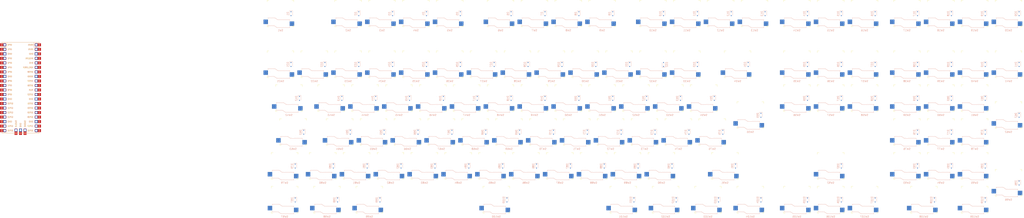
<source format=kicad_pcb>
(kicad_pcb (version 20240108) (generator "pcbnew") (generator_version "8.0")
  (layers (0 "F.Cu" signal) (31 "B.Cu" signal) (34 "B.Paste" user) (35 "F.Paste" user) (36 "B.SilkS" user "B.Silkscreen") (37 "F.SilkS" user "F.Silkscreen") (38 "B.Mask" user) (39 "F.Mask" user) (44 "Edge.Cuts" user))
  (net 0 "")
  (net 1 "Net-(D1-A)")
  (net 2 "Net-(D2-A)")
  (net 3 "Net-(D3-A)")
  (net 4 "Net-(D4-A)")
  (net 5 "Net-(D5-A)")
  (net 6 "Net-(D6-A)")
  (net 7 "Net-(D7-A)")
  (net 8 "Net-(D8-A)")
  (net 9 "Net-(D9-A)")
  (net 10 "Net-(D10-A)")
  (net 11 "Net-(D11-A)")
  (net 12 "Net-(D12-A)")
  (net 13 "Net-(D13-A)")
  (net 14 "Net-(D14-A)")
  (net 15 "Net-(D15-A)")
  (net 16 "Net-(D16-A)")
  (net 17 "Net-(D17-A)")
  (net 18 "Net-(D18-A)")
  (net 19 "Net-(D19-A)")
  (net 20 "Net-(D20-A)")
  (net 21 "Net-(D21-A)")
  (net 22 "Net-(D22-A)")
  (net 23 "Net-(D23-A)")
  (net 24 "Net-(D24-A)")
  (net 25 "Net-(D25-A)")
  (net 26 "Net-(D26-A)")
  (net 27 "Net-(D27-A)")
  (net 28 "Net-(D28-A)")
  (net 29 "Net-(D29-A)")
  (net 30 "Net-(D30-A)")
  (net 31 "Net-(D31-A)")
  (net 32 "Net-(D32-A)")
  (net 33 "Net-(D33-A)")
  (net 34 "Net-(D34-A)")
  (net 35 "Net-(D35-A)")
  (net 36 "Net-(D36-A)")
  (net 37 "Net-(D37-A)")
  (net 38 "Net-(D38-A)")
  (net 39 "Net-(D39-A)")
  (net 40 "Net-(D40-A)")
  (net 41 "Net-(D41-A)")
  (net 42 "Net-(D42-A)")
  (net 43 "Net-(D43-A)")
  (net 44 "Net-(D44-A)")
  (net 45 "Net-(D45-A)")
  (net 46 "Net-(D46-A)")
  (net 47 "Net-(D47-A)")
  (net 48 "Net-(D48-A)")
  (net 49 "Net-(D49-A)")
  (net 50 "Net-(D50-A)")
  (net 51 "Net-(D51-A)")
  (net 52 "Net-(D52-A)")
  (net 53 "Net-(D53-A)")
  (net 54 "Net-(D54-A)")
  (net 55 "Net-(D55-A)")
  (net 56 "Net-(D56-A)")
  (net 57 "Net-(D57-A)")
  (net 58 "Net-(D58-A)")
  (net 59 "Net-(D59-A)")
  (net 60 "Net-(D60-A)")
  (net 61 "Net-(D61-A)")
  (net 62 "Net-(D62-A)")
  (net 63 "Net-(D63-A)")
  (net 64 "Net-(D64-A)")
  (net 65 "Net-(D65-A)")
  (net 66 "Net-(D66-A)")
  (net 67 "Net-(D67-A)")
  (net 68 "Net-(D68-A)")
  (net 69 "Net-(D69-A)")
  (net 70 "Net-(D70-A)")
  (net 71 "Net-(D71-A)")
  (net 72 "Net-(D72-A)")
  (net 73 "Net-(D73-A)")
  (net 74 "Net-(D74-A)")
  (net 75 "Net-(D75-A)")
  (net 76 "Net-(D76-A)")
  (net 77 "Net-(D77-A)")
  (net 78 "Net-(D78-A)")
  (net 79 "Net-(D79-A)")
  (net 80 "Net-(D80-A)")
  (net 81 "Net-(D81-A)")
  (net 82 "Net-(D82-A)")
  (net 83 "Net-(D83-A)")
  (net 84 "Net-(D84-A)")
  (net 85 "Net-(D85-A)")
  (net 86 "Net-(D86-A)")
  (net 87 "Net-(D87-A)")
  (net 88 "Net-(D88-A)")
  (net 89 "Net-(D89-A)")
  (net 90 "Net-(D90-A)")
  (net 91 "Net-(D91-A)")
  (net 92 "Net-(D92-A)")
  (net 93 "Net-(D93-A)")
  (net 94 "Net-(D94-A)")
  (net 95 "Net-(D95-A)")
  (net 96 "Net-(D96-A)")
  (net 97 "Net-(D97-A)")
  (net 98 "Net-(D98-A)")
  (net 99 "Net-(D99-A)")
  (net 100 "Net-(D100-A)")
  (net 101 "Net-(D101-A)")
  (net 102 "Net-(D102-A)")
  (net 103 "Net-(D103-A)")
  (net 104 "Net-(D104-A)")
  (net 105 "Net-(D105-A)")
  (net 106 "Net-(D106-A)")
  (net 107 "Net-(D107-A)")
  (net 108 "Net-(D108-A)")
  (net 109 "Net-(D109-A)")
  (net 110 "COL0")
  (net 111 "COL2")
  (net 112 "COL3")
  (net 113 "COL4")
  (net 114 "COL5")
  (net 115 "COL6")
  (net 116 "COL7")
  (net 117 "COL8")
  (net 118 "COL9")
  (net 119 "COL10")
  (net 120 "COL11")
  (net 121 "COL12")
  (net 122 "COL13")
  (net 123 "COL14")
  (net 124 "COL15")
  (net 125 "COL16")
  (net 126 "COL1")
  (net 127 "ROW0")
  (net 128 "ROW6")
  (net 129 "ROW1")
  (net 130 "ROW2")
  (net 131 "ROW3")
  (net 132 "ROW4")
  (net 133 "ROW7")
  (net 134 "ROW5")
  (net 150 "Net-(D110-K)")
  (net 152 "Net-(U1-3V3)")
  (footprint "Scotto:Gateron_Low_Profile_Socket" (layer "F.Cu") (at 209.55 66.675)
    (property "Reference" "SW30")
    (property "Value" "SW_Push")
  )
  (footprint "Scotto:Gateron_Low_Profile_Socket" (layer "F.Cu") (at 428.625 38.1)
    (property "Reference" "SW19")
    (property "Value" "SW_Push")
  )
  (footprint "Scotto:Gateron_Low_Profile_Socket" (layer "F.Cu") (at 280.9875 104.775)
    (property "Reference" "SW75")
    (property "Value" "SW_Push")
  )
  (footprint "Scotto:Gateron_Low_Profile_Socket" (layer "F.Cu") (at 204.7875 104.775)
    (property "Reference" "SW71")
    (property "Value" "SW_Push")
  )
  (footprint "Scotto:Gateron_Low_Profile_Socket" (layer "F.Cu") (at 123.825 85.725)
    (property "Reference" "SW46")
    (property "Value" "SW_Push")
  )
  (footprint "Scotto:Gateron_Low_Profile_Socket" (layer "F.Cu") (at 185.7375 104.775)
    (property "Reference" "SW70")
    (property "Value" "SW_Push")
  )
  (footprint "Scotto:Gateron_Low_Profile_Socket" (layer "F.Cu") (at 114.3 66.675)
    (property "Reference" "SW25")
    (property "Value" "SW_Push")
  )
  (footprint "Scotto:Gateron_Low_Profile_Socket" (layer "F.Cu") (at 366.7125 38.1)
    (property "Reference" "SW16")
    (property "Value" "SW_Push")
  )
  (footprint "Scotto:Gateron_Low_Profile_Socket" (layer "F.Cu") (at 61.9125 123.825)
    (property "Reference" "SW80")
    (property "Value" "SW_Push")
  )
  (footprint "Scotto:Gateron_Low_Profile_Socket" (layer "F.Cu") (at 447.675 95.25)
    (property "Reference" "SW62")
    (property "Value" "SW_Push")
  )
  (footprint "Scotto:Gateron_Low_Profile_Socket" (layer "F.Cu") (at 347.6625 123.825)
    (property "Reference" "SW92")
    (property "Value" "SW_Push")
  )
  (footprint "Scotto:Gateron_Low_Profile_Socket" (layer "F.Cu") (at 276.225 85.725)
    (property "Reference" "SW54")
    (property "Value" "SW_Push")
  )
  (footprint "Scotto:Gateron_Low_Profile_Socket" (layer "F.Cu") (at 288.13125 123.825)
    (property "Reference" "SW91")
    (property "Value" "SW_Push")
  )
  (footprint "Scotto:Gateron_Low_Profile_Socket" (layer "F.Cu") (at 428.625 85.725)
    (property "Reference" "SW61")
    (property "Value" "SW_Push")
  )
  (footprint "Scotto:Gateron_Low_Profile_Socket" (layer "F.Cu") (at 390.525 66.675)
    (property "Reference" "SW38")
    (property "Value" "SW_Push")
  )
  (footprint "Scotto:Gateron_Low_Profile_Socket" (layer "F.Cu") (at 328.6125 38.1)
    (property "Reference" "SW14")
    (property "Value" "SW_Push")
  )
  (footprint "Scotto:Gateron_Low_Profile_Socket" (layer "F.Cu") (at 390.525 38.1)
    (property "Reference" "SW17")
    (property "Value" "SW_Push")
  )
  (footprint "Scotto:Gateron_Low_Profile_Socket" (layer "F.Cu") (at 133.35 66.675)
    (property "Reference" "SW26")
    (property "Value" "SW_Push")
  )
  (footprint "Scotto:Gateron_Low_Profile_Socket" (layer "F.Cu") (at 266.7 38.1)
    (property "Reference" "SW11")
    (property "Value" "SW_Push")
  )
  (footprint "Scotto:Gateron_Low_Profile_Socket" (layer "F.Cu") (at 285.75 38.1)
    (property "Reference" "SW12")
    (property "Value" "SW_Push")
  )
  (footprint "Scotto:Gateron_Low_Profile_Socket" (layer "F.Cu") (at 64.29375 142.875)
    (property "Reference" "SW98")
    (property "Value" "SW_Push")
  )
  (footprint "Scotto:Gateron_Low_Profile_Socket" (layer "F.Cu") (at 390.525 85.725)
    (property "Reference" "SW59")
    (property "Value" "SW_Push")
  )
  (footprint "Scotto:Gateron_Low_Profile_Socket" (layer "F.Cu") (at 195.2625 123.825)
    (property "Reference" "SW87")
    (property "Value" "SW_Push")
  )
  (footprint "Scotto:Gateron_Low_Profile_Socket" (layer "F.Cu") (at 133.35 38.1)
    (property "Reference" "SW5")
    (property "Value" "SW_Push")
  )
  (footprint "Scotto:Gateron_Low_Profile_Socket" (layer "F.Cu") (at 409.575 104.775)
    (property "Reference" "SW77")
    (property "Value" "SW_Push")
  )
  (footprint "Scotto:Gateron_Low_Profile_Socket" (layer "F.Cu") (at 200.025 38.1)
    (property "Reference" "SW8")
    (property "Value" "SW_Push")
  )
  (footprint "Scotto:Gateron_Low_Profile_Socket" (layer "F.Cu") (at 252.4125 123.825)
    (property "Reference" "SW90")
    (property "Value" "SW_Push")
  )
  (footprint "Scotto:Gateron_Low_Profile_Socket" (layer "F.Cu") (at 180.975 85.725)
    (property "Reference" "SW49")
    (property "Value" "SW_Push")
  )
  (footprint "Scotto:Gateron_Low_Profile_Socket" (layer "F.Cu") (at 428.625 123.825)
    (property "Reference" "SW95")
    (property "Value" "SW_Push")
  )
  (footprint "Scotto:Gateron_Low_Profile_Socket" (layer "F.Cu") (at 409.575 123.825)
    (property "Reference" "SW94")
    (property "Value" "SW_Push")
  )
  (footprint "Scotto:Gateron_Low_Profile_Socket" (layer "F.Cu") (at 447.675 133.35)
    (property "Reference" "SW96")
    (property "Value" "SW_Push")
  )
  (footprint "Scotto:Gateron_Low_Profile_Socket" (layer "F.Cu") (at 254.79375 142.875)
    (property "Reference" "SW102")
    (property "Value" "SW_Push")
  )
  (footprint "Scotto:Gateron_Low_Profile_Socket" (layer "F.Cu") (at 447.675 66.675)
    (property "Reference" "SW41")
    (property "Value" "SW_Push")
  )
  (footprint "Scotto:Gateron_Low_Profile_Socket" (layer "F.Cu") (at 109.5375 104.775)
    (property "Reference" "SW66")
    (property "Value" "SW_Push")
  )
  (footprint "ScottoKeebs_MCU:Raspberry_Pi_Pico" (layer "F.Cu") (at -108.11 79.87)
    (property "Reference" "U1" (hide yes))
    (property "Value" "Raspberry_Pi_Pico" (hide yes))
  )
  (footprint "Scotto:Gateron_Low_Profile_Socket" (layer "F.Cu") (at 180.975 38.1)
    (property "Reference" "SW7")
    (property "Value" "SW_Push")
  )
  (footprint "Scotto:Gateron_Low_Profile_Socket" (layer "F.Cu") (at 95.25 38.1)
    (property "Reference" "SW3")
    (property "Value" "SW_Push")
  )
  (footprint "Scotto:Gateron_Low_Profile_Socket" (layer "F.Cu") (at 166.6875 104.775)
    (property "Reference" "SW69")
    (property "Value" "SW_Push")
  )
  (footprint "Scotto:Gateron_Low_Profile_Socket" (layer "F.Cu") (at 200.025 85.725)
    (property "Reference" "SW50")
    (property "Value" "SW_Push")
  )
  (footprint "Scotto:Gateron_Low_Profile_Socket" (layer "F.Cu") (at 257.175 85.725)
    (property "Reference" "SW53")
    (property "Value" "SW_Push")
  )
  (footprint "Scotto:Gateron_Low_Profile_Socket" (layer "F.Cu") (at 366.7125 66.675)
    (property "Reference" "SW37")
    (property "Value" "SW_Push")
  )
  (footprint "Scotto:Gateron_Low_Profile_Socket" (layer "F.Cu") (at 366.7125 142.875)
    (property "Reference" "SW107")
    (property "Value" "SW_Push")
  )
  (footprint "Scotto:Gateron_Low_Profile_Socket" (layer "F.Cu") (at 128.5875 104.775)
    (property "Reference" "SW67")
    (property "Value" "SW_Push")
  )
  (footprint "Scotto:Gateron_Low_Profile_Socket" (layer "F.Cu") (at 142.875 85.725)
    (property "Reference" "SW47")
    (property "Value" "SW_Push")
  )
  (footprint "Scotto:Gateron_Low_Profile_Socket" (layer "F.Cu") (at 347.6625 85.725)
    (property "Reference" "SW57")
    (property "Value" "SW_Push")
  )
  (footprint "Scotto:Gateron_Low_Profile_Socket" (layer "F.Cu") (at 90.4875 104.775)
    (property "Reference" "SW65")
    (property "Value" "SW_Push")
  )
  (footprint "Scotto:Gateron_Low_Profile_Socket" (layer "F.Cu") (at 428.625 66.675)
    (property "Reference" "SW40")
    (property "Value" "SW_Push")
  )
  (footprint "Scotto:Gateron_Low_Profile_Socket" (layer "F.Cu") (at 409.575 66.675)
    (property "Reference" "SW39")
    (property "Value" "SW_Push")
  )
  (footprint "Scotto:Gateron_Low_Profile_Socket" (layer "F.Cu") (at 190.5 66.675)
    (property "Reference" "SW29")
    (property "Value" "SW_Push")
  )
  (footprint "Scotto:Gateron_Low_Profile_Socket" (layer "F.Cu") (at 230.98125 142.875)
    (property "Reference" "SW101")
    (property "Value" "SW_Push")
  )
  (footprint "Scotto:Gateron_Low_Profile_Socket" (layer "F.Cu") (at 40.48125 142.875)
    (property "Reference" "SW97")
    (property "Value" "SW_Push")
  )
  (footprint "Scotto:Gateron_Low_Profile_Socket" (layer "F.Cu") (at 66.675 85.725)
    (property "Reference" "SW43")
    (property "Value" "SW_Push")
  )
  (footprint "Scotto:Gateron_Low_Profile_Socket" (layer "F.Cu") (at 328.6125 66.675)
    (property "Reference" "SW35")
    (property "Value" "SW_Push")
  )
  (footprint "Scotto:Gateron_Low_Profile_Socket" (layer "F.Cu") (at 219.075 85.725)
    (property "Reference" "SW51")
    (property "Value" "SW_Push")
  )
  (footprint "Scotto:Gateron_Low_Profile_Socket" (layer "F.Cu") (at 71.4375 104.775)
    (property "Reference" "SW64")
    (property "Value" "SW_Push")
  )
  (footprint "Scotto:Gateron_Low_Profile_Socket" (layer "F.Cu") (at 266.7 66.675)
    (property "Reference" "SW33")
    (property "Value" "SW_Push")
  )
  (footprint "Scotto:Gateron_Low_Profile_Socket" (layer "F.Cu") (at 161.925 38.1)
    (property "Reference" "SW6")
    (property "Value" "SW_Push")
  )
  (footprint "Scotto:Gateron_Low_Profile_Socket" (layer "F.Cu") (at 304.8 38.1)
    (property "Reference" "SW13")
    (property "Value" "SW_Push")
  )
  (footprint "Scotto:Gateron_Low_Profile_Socket" (layer "F.Cu") (at 38.1 66.675)
    (property "Reference" "SW21")
    (property "Value" "SW_Push")
  )
  (footprint "Scotto:Gateron_Low_Profile_Socket" (layer "F.Cu") (at 428.625 142.875)
    (property "Reference" "SW109")
    (property "Value" "SW_Push")
  )
  (footprint "Scotto:Gateron_Low_Profile_Socket" (layer "F.Cu") (at 57.15 66.675)
    (property "Reference" "SW22")
    (property "Value" "SW_Push")
  )
  (footprint "Scotto:Gateron_Low_Profile_Socket" (layer "F.Cu") (at 366.7125 85.725)
    (property "Reference" "SW58")
    (property "Value" "SW_Push")
  )
  (footprint "Scotto:Gateron_Low_Profile_Socket" (layer "F.Cu") (at 242.8875 104.775)
    (property "Reference" "SW73")
    (property "Value" "SW_Push")
  )
  (footprint "Scotto:Gateron_Low_Profile_Socket" (layer "F.Cu") (at 409.575 38.1)
    (property "Reference" "SW18")
    (property "Value" "SW_Push")
  )
  (footprint "Scotto:Gateron_Low_Profile_Socket" (layer "F.Cu") (at 447.675 38.1)
    (property "Reference" "SW20")
    (property "Value" "SW_Push")
  )
  (footprint "Scotto:Gateron_Low_Profile_Socket" (layer "F.Cu") (at 119.0625 123.825)
    (property "Reference" "SW83")
    (property "Value" "SW_Push")
  )
  (footprint "Scotto:Gateron_Low_Profile_Socket" (layer "F.Cu") (at 428.625 104.775)
    (property "Reference" "SW78")
    (property "Value" "SW_Push")
  )
  (footprint "Scotto:Gateron_Low_Profile_Socket" (layer "F.Cu") (at 40.48125 123.825)
    (property "Reference" "SW79")
    (property "Value" "SW_Push")
  )
  (footprint "Scotto:Gateron_Low_Profile_Socket" (layer "F.Cu") (at 302.41875 95.25)
    (property "Reference" "SW55")
    (property "Value" "SW_Push")
  )
  (footprint "Scotto:Gateron_Low_Profile_Socket" (layer "F.Cu") (at 95.25 66.675)
    (property "Reference" "SW24")
    (property "Value" "SW_Push")
  )
  (footprint "Scotto:Gateron_Low_Profile_Socket" (layer "F.Cu") (at 147.6375 104.775)
    (property "Reference" "SW68")
    (property "Value" "SW_Push")
  )
  (footprint "Scotto:Gateron_Low_Profile_Socket" (layer "F.Cu") (at 42.8625 85.725)
    (property "Reference" "SW42")
    (property "Value" "SW_Push")
  )
  (footprint "Scotto:Gateron_Low_Profile_Socket" (layer "F.Cu") (at 171.45 66.675)
    (property "Reference" "SW28")
    (property "Value" "SW_Push")
  )
  (footprint "Scotto:Gateron_Low_Profile_Socket" (layer "F.Cu") (at 390.525 123.825)
    (property "Reference" "SW93")
    (property "Value" "SW_Push")
  )
  (footprint "Scotto:Gateron_Low_Profile_Socket" (layer "F.Cu") (at 247.65 38.1)
    (property "Reference" "SW10")
    (property "Value" "SW_Push")
  )
  (footprint "Scotto:Gateron_Low_Profile_Socket" (layer "F.Cu") (at 214.3125 123.825)
    (property "Reference" "SW88")
    (property "Value" "SW_Push")
  )
  (footprint "Scotto:Gateron_Low_Profile_Socket" (layer "F.Cu") (at 247.65 66.675)
    (property "Reference" "SW32")
    (property "Value" "SW_Push")
  )
  (footprint "Scotto:Gateron_Low_Profile_Socket" (layer "F.Cu") (at 176.2125 123.825)
    (property "Reference" "SW86")
    (property "Value" "SW_Push")
  )
  (footprint "Scotto:Gateron_Low_Profile_Socket" (layer "F.Cu") (at 238.125 85.725)
    (property "Reference" "SW52")
    (property "Value" "SW_Push")
  )
  (footprint "Scotto:Gateron_Low_Profile_Socket" (layer "F.Cu") (at 261.9375 104.775)
    (property "Reference" "SW74")
    (property "Value" "SW_Push")
  )
  (footprint "Scotto:Gateron_Low_Profile_Socket" (layer "F.Cu") (at 347.6625 142.875)
    (property "Reference" "SW106")
    (property "Value" "SW_Push")
  )
  (footprint "Scotto:Gateron_Low_Profile_Socket" (layer "F.Cu") (at 161.925 85.725)
    (property "Reference" "SW48")
    (property "Value" "SW_Push")
  )
  (footprint "Scotto:Gateron_Low_Profile_Socket" (layer "F.Cu") (at 228.6 66.675)
    (property "Reference" "SW31")
    (property "Value" "SW_Push")
  )
  (footprint "Scotto:Gateron_Low_Profile_Socket" (layer "F.Cu") (at 88.10625 142.875)
    (property "Reference" "SW99")
    (property "Value" "SW_Push")
  )
  (footprint "Scotto:Gateron_Low_Profile_Socket" (layer "F.Cu") (at 223.8375 104.775)
    (property "Reference" "SW72")
    (property "Value" "SW_Push")
  )
  (footprint "Scotto:Gateron_Low_Profile_Socket" (layer "F.Cu") (at 400.05 142.875)
    (property "Reference" "SW108")
    (property "Value" "SW_Push")
  )
  (footprint "Scotto:Gateron_Low_Profile_Socket" (layer "F.Cu") (at 100.0125 123.825)
    (property "Reference" "SW82")
    (property "Value" "SW_Push")
  )
  (footprint "Scotto:Gateron_Low_Profile_Socket" (layer "F.Cu") (at 152.4 66.675)
    (property "Reference" "SW27")
    (property "Value" "SW_Push")
  )
  (footprint "Scotto:Gateron_Low_Profile_Socket" (layer "F.Cu") (at 80.9625 123.825)
    (property "Reference" "SW81")
    (property "Value" "SW_Push")
  )
  (footprint "Scotto:Gateron_Low_Profile_Socket" (layer "F.Cu") (at 114.3 38.1)
    (property "Reference" "SW4")
    (property "Value" "SW_Push")
  )
  (footprint "Scotto:Gateron_Low_Profile_Socket" (layer "F.Cu") (at 159.54375 142.875)
    (property "Reference" "SW100")
    (property "Value" "SW_Push")
  )
  (footprint "Scotto:Gateron_Low_Profile_Socket" (layer "F.Cu") (at 85.725 85.725)
    (property "Reference" "SW44")
    (property "Value" "SW_Push")
  )
  (footprint "Scotto:Gateron_Low_Profile_Socket" (layer "F.Cu") (at 219.075 38.1)
    (property "Reference" "SW9")
    (property "Value" "SW_Push")
  )
  (footprint "Scotto:Gateron_Low_Profile_Socket" (layer "F.Cu") (at 409.575 85.725)
    (property "Reference" "SW60")
    (property "Value" "SW_Push")
  )
  (footprint "Scotto:Gateron_Low_Profile_Socket" (layer "F.Cu") (at 76.2 66.675)
    (property "Reference" "SW23")
    (property "Value" "SW_Push")
  )
  (footprint "Scotto:Gateron_Low_Profile_Socket" (layer "F.Cu") (at 157.1625 123.825)
    (property "Reference" "SW85")
    (property "Value" "SW_Push")
  )
  (footprint "Scotto:Gateron_Low_Profile_Socket" (layer "F.Cu") (at 295.275 66.675)
    (property "Reference" "SW34")
    (property "Value" "SW_Push")
  )
  (footprint "Scotto:Gateron_Low_Profile_Socket" (layer "F.Cu") (at 302.41875 142.875)
    (property "Reference" "SW104")
    (property "Value" "SW_Push")
  )
  (footprint "Scotto:Gateron_Low_Profile_Socket" (layer "F.Cu") (at 390.525 104.775)
    (property "Reference" "SW76")
    (property "Value" "SW_Push")
  )
  (footprint "Scotto:Gateron_Low_Profile_Socket" (layer "F.Cu") (at 138.1125 123.825)
    (property "Reference" "SW84")
    (property "Value" "SW_Push")
  )
  (footprint "Scotto:Gateron_Low_Profile_Socket" (layer "F.Cu") (at 328.6125 142.875)
    (property "Reference" "SW105")
    (property "Value" "SW_Push")
  )
  (footprint "Scotto:Gateron_Low_Profile_Socket" (layer "F.Cu") (at 347.6625 38.1)
    (property "Reference" "SW15")
    (property "Value" "SW_Push")
  )
  (footprint "Scotto:Gateron_Low_Profile_Socket" (layer "F.Cu") (at 76.2 38.1)
    (property "Reference" "SW2")
    (property "Value" "SW_Push")
  )
  (footprint "Scotto:Gateron_Low_Profile_Socket" (layer "F.Cu") (at 45.24375 104.775)
    (property "Reference" "SW63")
    (property "Value" "SW_Push")
  )
  (footprint "Scotto:Gateron_Low_Profile_Socket" (layer "F.Cu") (at 38.1 38.1)
    (property "Reference" "SW1")
    (property "Value" "SW_Push")
  )
  (footprint "Scotto:Gateron_Low_Profile_Socket" (layer "F.Cu") (at 278.60625 142.875)
    (property "Reference" "SW103")
    (property "Value" "SW_Push")
  )
  (footprint "Scotto:Gateron_Low_Profile_Socket" (layer "F.Cu") (at 104.775 85.725)
    (property "Reference" "SW45")
    (property "Value" "SW_Push")
  )
  (footprint "Scotto:Gateron_Low_Profile_Socket" (layer "F.Cu") (at 347.6625 66.675)
    (property "Reference" "SW36")
    (property "Value" "SW_Push")
  )
  (footprint "Scotto:Gateron_Low_Profile_Socket" (layer "F.Cu") (at 233.3625 123.825)
    (property "Reference" "SW89")
    (property "Value" "SW_Push")
  )
  (footprint "Scotto:Gateron_Low_Profile_Socket" (layer "F.Cu") (at 328.6125 85.725)
    (property "Reference" "SW56")
    (property "Value" "SW_Push")
  )
  (footprint "Diode_SMD:D_SOD-323F" (layer "B.Cu") (at 353.61875 38.225 -90)
    (property "Reference" "D15")
    (property "Value" "1N4148")
  )
  (footprint "Diode_SMD:D_SOD-323F" (layer "B.Cu") (at 46.4375 123.95 -90)
    (property "Reference" "D79")
    (property "Value" "1N4148")
  )
  (footprint "Diode_SMD:D_SOD-323F" (layer "B.Cu") (at 134.54375 104.9 -90)
    (property "Reference" "D67")
    (property "Value" "1N4148")
  )
  (footprint "Diode_SMD:D_SOD-323F" (layer "B.Cu") (at 253.60625 66.8 90)
    (property "Reference" "D32")
    (property "Value" "1N4148")
  )
  (footprint "Diode_SMD:D_SOD-323F" (layer "B.Cu") (at 101.20625 38.225 -90)
    (property "Reference" "D3")
    (property "Value" "1N4148")
  )
  (footprint "Diode_SMD:D_SOD-323F" (layer "B.Cu") (at 67.86875 123.95 -90)
    (property "Reference" "D80")
    (property "Value" "1N4148")
  )
  (footprint "Diode_SMD:D_SOD-323F" (layer "B.Cu") (at 272.65625 66.8 -90)
    (property "Reference" "D33")
    (property "Value" "1N4148")
  )
  (footprint "Diode_SMD:D_SOD-323F" (layer "B.Cu") (at 234.55625 66.8 -90)
    (property "Reference" "D31")
    (property "Value" "1N4148")
  )
  (footprint "Diode_SMD:D_SOD-323F" (layer "B.Cu") (at 115.49375 104.9 -90)
    (property "Reference" "D66")
    (property "Value" "1N4148")
  )
  (footprint "Diode_SMD:D_SOD-323F" (layer "B.Cu") (at 86.91875 123.95 -90)
    (property "Reference" "D81")
    (property "Value" "1N4148")
  )
  (footprint "Diode_SMD:D_SOD-323F" (layer "B.Cu") (at 415.53125 66.8 -90)
    (property "Reference" "D39")
    (property "Value" "1N4148")
  )
  (footprint "Diode_SMD:D_SOD-323F" (layer "B.Cu") (at 44.05625 66.8 -90)
    (property "Reference" "D21")
    (property "Value" "1N4148")
  )
  (footprint "Diode_SMD:D_SOD-323F" (layer "B.Cu") (at 334.56875 143 -90)
    (property "Reference" "D105")
    (property "Value" "1N4148")
  )
  (footprint "Diode_SMD:D_SOD-323F" (layer "B.Cu") (at 453.63125 66.8 -90)
    (property "Reference" "D41")
    (property "Value" "1N4148")
  )
  (footprint "Diode_SMD:D_SOD-323F" (layer "B.Cu") (at 334.56875 38.225 -90)
    (property "Reference" "D14")
    (property "Value" "1N4148")
  )
  (footprint "Diode_SMD:D_SOD-323F" (layer "B.Cu") (at 120.25625 38.225 -90)
    (property "Reference" "D4")
    (property "Value" "1N4148")
  )
  (footprint "Diode_SMD:D_SOD-323F" (layer "B.Cu") (at 51.2 104.9 -90)
    (property "Reference" "D63")
    (property "Value" "1N4148")
  )
  (footprint "Diode_SMD:D_SOD-323F" (layer "B.Cu") (at 201.21875 123.95 -90)
    (property "Reference" "D87")
    (property "Value" "1N4148")
  )
  (footprint "Diode_SMD:D_SOD-323F" (layer "B.Cu") (at 434.58125 143 -90)
    (property "Reference" "D109")
    (property "Value" "1N4148")
  )
  (footprint "Diode_SMD:D_SOD-323F" (layer "B.Cu") (at 434.58125 123.95 -90)
    (property "Reference" "D95")
    (property "Value" "1N4148")
  )
  (footprint "Diode_SMD:D_SOD-323F" (layer "B.Cu") (at 153.59375 104.9 -90)
    (property "Reference" "D68")
    (property "Value" "1N4148")
  )
  (footprint "Diode_SMD:D_SOD-323F" (layer "B.Cu") (at 396.48125 104.9 -90)
    (property "Reference" "D76")
    (property "Value" "1N4148")
  )
  (footprint "Diode_SMD:D_SOD-323F" (layer "B.Cu") (at 284.5625 143 -90)
    (property "Reference" "D103")
    (property "Value" "1N4148")
  )
  (footprint "Diode_SMD:D_SOD-323F" (layer "B.Cu") (at 167.88125 38.225 -90)
    (property "Reference" "D6")
    (property "Value" "1N4148")
  )
  (footprint "Diode_SMD:D_SOD-323F" (layer "B.Cu") (at 196.45625 66.8 -90)
    (property "Reference" "D29")
    (property "Value" "1N4148")
  )
  (footprint "Diode_SMD:D_SOD-323F" (layer "B.Cu") (at 239.31875 123.95 -90)
    (property "Reference" "D89")
    (property "Value" "1N4148")
  )
  (footprint "Diode_SMD:D_SOD-323F" (layer "B.Cu") (at 272.65625 38.225 -90)
    (property "Reference" "D11")
    (property "Value" "1N4148")
  )
  (footprint "Diode_SMD:D_SOD-323F" (layer "B.Cu") (at 353.61875 143 -90)
    (property "Reference" "D106")
    (property "Value" "1N4148")
  )
  (footprint "Diode_SMD:D_SOD-323F" (layer "B.Cu") (at 372.66875 38.225 -90)
    (property "Reference" "D16")
    (property "Value" "1N4148")
  )
  (footprint "Diode_SMD:D_SOD-323F" (layer "B.Cu") (at 308.375 143 -90)
    (property "Reference" "D104")
    (property "Value" "1N4148")
  )
  (footprint "Diode_SMD:D_SOD-323F" (layer "B.Cu") (at 125.01875 123.95 -90)
    (property "Reference" "D83")
    (property "Value" "1N4148")
  )
  (footprint "Diode_SMD:D_SOD-323F" (layer "B.Cu") (at 248.84375 104.9 -90)
    (property "Reference" "D73")
    (property "Value" "1N4148")
  )
  (footprint "Diode_SMD:D_SOD-323F" (layer "B.Cu") (at 215.50625 66.8 -90)
    (property "Reference" "D30")
    (property "Value" "1N4148")
  )
  (footprint "Diode_SMD:D_SOD-323F" (layer "B.Cu") (at 63.10625 66.8 -90)
    (property "Reference" "D22")
    (property "Value" "1N4148")
  )
  (footprint "Diode_SMD:D_SOD-323F" (layer "B.Cu") (at 415.53125 123.95 -90)
    (property "Reference" "D94")
    (property "Value" "1N4148")
  )
  (footprint "Diode_SMD:D_SOD-323F" (layer "B.Cu") (at 191.69375 104.9 -90)
    (property "Reference" "D70")
    (property "Value" "1N4148")
  )
  (footprint "Diode_SMD:D_SOD-323F" (layer "B.Cu") (at 396.48125 66.8 -90)
    (property "Reference" "D38")
    (property "Value" "1N4148")
  )
  (footprint "Diode_SMD:D_SOD-323F" (layer "B.Cu") (at 453.63125 95.375 -90)
    (property "Reference" "D62")
    (property "Value" "1N4148")
  )
  (footprint "Diode_SMD:D_SOD-323F" (layer "B.Cu") (at 96.44375 104.9 -90)
    (property "Reference" "D65")
    (property "Value" "1N4148")
  )
  (footprint "Diode_SMD:D_SOD-323F" (layer "B.Cu") (at 396.48125 38.225 -90)
    (property "Reference" "D17")
    (property "Value" "1N4148")
  )
  (footprint "Diode_SMD:D_SOD-323F" (layer "B.Cu") (at 434.58125 66.8 -90)
    (property "Reference" "D40")
    (property "Value" "1N4148")
  )
  (footprint "Diode_SMD:D_SOD-323F" (layer "B.Cu") (at 253.60625 38.225 -90)
    (property "Reference" "D10")
    (property "Value" "1N4148")
  )
  (footprint "Diode_SMD:D_SOD-323F" (layer "B.Cu") (at 48.81875 85.85 -90)
    (property "Reference" "D42")
    (property "Value" "1N4148")
  )
  (footprint "Diode_SMD:D_SOD-323F" (layer "B.Cu") (at 182.16875 123.95 -90)
    (property "Reference" "D86")
    (property "Value" "1N4148")
  )
  (footprint "Diode_SMD:D_SOD-323F" (layer "B.Cu") (at 186.93125 85.85 -90)
    (property "Reference" "D49")
    (property "Value" "1N4148")
  )
  (footprint "Diode_SMD:D_SOD-323F" (layer "B.Cu") (at 110.73125 85.85 -90)
    (property "Reference" "D45")
    (property "Value" "1N4148")
  )
  (footprint "Diode_SMD:D_SOD-323F" (layer "B.Cu") (at 82.15625 66.8 -90)
    (property "Reference" "D23")
    (property "Value" "1N4148")
  )
  (footprint "Diode_SMD:D_SOD-323F" (layer "B.Cu") (at 167.88125 85.85 -90)
    (property "Reference" "D48")
    (property "Value" "1N4148")
  )
  (footprint "Diode_SMD:D_SOD-323F" (layer "B.Cu") (at 105.96875 123.95 -90)
    (property "Reference" "D82")
    (property "Value" "1N4148")
  )
  (footprint "Diode_SMD:D_SOD-323F" (layer "B.Cu") (at 434.58125 104.9 -90)
    (property "Reference" "D78")
    (property "Value" "1N4148")
  )
  (footprint "Diode_SMD:D_SOD-323F" (layer "B.Cu") (at 353.61875 66.8 -90)
    (property "Reference" "D36")
    (property "Value" "1N4148")
  )
  (footprint "Diode_SMD:D_SOD-323F" (layer "B.Cu") (at 244.08125 85.85 -90)
    (property "Reference" "D52")
    (property "Value" "1N4148")
  )
  (footprint "Diode_SMD:D_SOD-323F" (layer "B.Cu") (at 229.79375 104.9 -90)
    (property "Reference" "D72")
    (property "Value" "1N4148")
  )
  (footprint "Diode_SMD:D_SOD-323F" (layer "B.Cu") (at 70.25 143 -90)
    (property "Reference" "D98")
    (property "Value" "1N4148")
  )
  (footprint "Diode_SMD:D_SOD-323F" (layer "B.Cu") (at 308.375 95.375 -90)
    (property "Reference" "D55")
    (property "Value" "1N4148")
  )
  (footprint "Diode_SMD:D_SOD-323F" (layer "B.Cu") (at 294.0875 123.95 -90)
    (property "Reference" "D91")
    (property "Value" "1N4148")
  )
  (footprint "Diode_SMD:D_SOD-323F" (layer "B.Cu") (at 225.03125 38.225 -90)
    (property "Reference" "D9")
    (property "Value" "1N4148")
  )
  (footprint "Diode_SMD:D_SOD-323F" (layer "B.Cu") (at 286.94375 104.9 -90)
    (property "Reference" "D75")
    (property "Value" "1N4148")
  )
  (footprint "Diode_SMD:D_SOD-323F" (layer "B.Cu") (at 415.53125 38.225 -90)
    (property "Reference" "D18")
    (property "Value" "1N4148")
  )
  (footprint "Diode_SMD:D_SOD-323F" (layer "B.Cu") (at 267.89375 104.9 -90)
    (property "Reference" "D74")
    (property "Value" "1N4148")
  )
  (footprint "Diode_SMD:D_SOD-323F" (layer "B.Cu") (at 396.48125 123.95 -90)
    (property "Reference" "D93")
    (property "Value" "1N4148")
  )
  (footprint "Diode_SMD:D_SOD-323F" (layer "B.Cu") (at 334.56875 66.8 -90)
    (property "Reference" "D35")
    (property "Value" "1N4148")
  )
  (footprint "Diode_SMD:D_SOD-323F" (layer "B.Cu") (at 396.48125 85.85 -90)
    (property "Reference" "D59")
    (property "Value" "1N4148")
  )
  (footprint "Diode_SMD:D_SOD-323F" (layer "B.Cu") (at 453.63125 38.225 -90)
    (property "Reference" "D20")
    (property "Value" "1N4148")
  )
  (footprint "Diode_SMD:D_SOD-323F" (layer "B.Cu") (at 291.70625 38.225 -90)
    (property "Reference" "D12")
    (property "Value" "1N4148")
  )
  (footprint "Diode_SMD:D_SOD-323F" (layer "B.Cu") (at 334.56875 85.85 -90)
    (property "Reference" "D56")
    (property "Value" "1N4148")
  )
  (footprint "Diode_SMD:D_SOD-323F" (layer "B.Cu") (at 91.68125 85.85 -90)
    (property "Reference" "D44")
    (property "Value" "1N4148")
  )
  (footprint "Diode_SMD:D_SOD-323F" (layer "B.Cu") (at 205.98125 38.225 -90)
    (property "Reference" "D8")
    (property "Value" "1N4148")
  )
  (footprint "Diode_SMD:D_SOD-323F" (layer "B.Cu") (at 82.15625 38.225 -90)
    (property "Reference" "D2")
    (property "Value" "1N4148")
  )
  (footprint "Diode_SMD:D_SOD-323F" (layer "B.Cu") (at 310.75625 38.225 -90)
    (property "Reference" "D13")
    (property "Value" "1N4148")
  )
  (footprint "Diode_SMD:D_SOD-323F" (layer "B.Cu") (at 94.0625 143 -90)
    (property "Reference" "D99")
    (property "Value" "1N4148")
  )
  (footprint "Diode_SMD:D_SOD-323F" (layer "B.Cu") (at 406.00625 143 -90)
    (property "Reference" "D108")
    (property "Value" "1N4148")
  )
  (footprint "Diode_SMD:D_SOD-323F" (layer "B.Cu") (at 415.53125 85.85 -90)
    (property "Reference" "D60")
    (property "Value" "1N4148")
  )
  (footprint "Diode_SMD:D_SOD-323F" (layer "B.Cu") (at 163.11875 123.95 -90)
    (property "Reference" "D85")
    (property "Value" "1N4148")
  )
  (footprint "Diode_SMD:D_SOD-323F" (layer "B.Cu") (at 236.9375 143 -90)
    (property "Reference" "D101")
    (property "Value" "1N4148")
  )
  (footprint "Diode_SMD:D_SOD-323F" (layer "B.Cu") (at 139.30625 38.225 -90)
    (property "Reference" "D5")
    (property "Value" "1N4148")
  )
  (footprint "Diode_SMD:D_SOD-323F" (layer "B.Cu") (at 258.36875 123.95 -90)
    (property "Reference" "D90")
    (property "Value" "1N4148")
  )
  (footprint "Diode_SMD:D_SOD-323F" (layer "B.Cu") (at 177.40625 66.8 -90)
    (property "Reference" "D28")
    (property "Value" "1N4148")
  )
  (footprint "Diode_SMD:D_SOD-323F" (layer "B.Cu") (at 353.61875 123.95 -90)
    (property "Reference" "D92")
    (property "Value" "1N4148")
  )
  (footprint "Diode_SMD:D_SOD-323F" (layer "B.Cu") (at 220.26875 123.95 -90)
    (property "Reference" "D88")
    (property "Value" "1N4148")
  )
  (footprint "Diode_SMD:D_SOD-323F" (layer "B.Cu") (at 372.66875 85.85 -90)
    (property "Reference" "D58")
    (property "Value" "1N4148")
  )
  (footprint "Diode_SMD:D_SOD-323F" (layer "B.Cu") (at 260.75 143 -90)
    (property "Reference" "D102")
    (property "Value" "1N4148")
  )
  (footprint "Diode_SMD:D_SOD-323F" (layer "B.Cu") (at 148.83125 85.85 -90)
    (property "Reference" "D47")
    (property "Value" "1N4148")
  )
  (footprint "Diode_SMD:D_SOD-323F" (layer "B.Cu") (at 372.66875 66.8 -90)
    (property "Reference" "D37")
    (property "Value" "1N4148")
  )
  (footprint "Diode_SMD:D_SOD-323F" (layer "B.Cu") (at 77.39375 104.9 -90)
    (property "Reference" "D64")
    (property "Value" "1N4148")
  )
  (footprint "Diode_SMD:D_SOD-323F" (layer "B.Cu") (at 263.13125 85.85 -90)
    (property "Reference" "D53")
    (property "Value" "1N4148")
  )
  (footprint "Diode_SMD:D_SOD-323F" (layer "B.Cu") (at 205.98125 85.85 -90)
    (property "Reference" "D50")
    (property "Value" "1N4148")
  )
  (footprint "Diode_SMD:D_SOD-323F" (layer "B.Cu") (at 172.64375 104.9 -90)
    (property "Reference" "D69")
    (property "Value" "1N4148")
  )
  (footprint "Diode_SMD:D_SOD-323F" (layer "B.Cu") (at 434.58125 38.225 -90)
    (property "Reference" "D19")
    (property "Value" "1N4148")
  )
  (footprint "Diode_SMD:D_SOD-323F" (layer "B.Cu") (at 372.66875 143 -90)
    (property "Reference" "D107")
    (property "Value" "1N4148")
  )
  (footprint "Diode_SMD:D_SOD-323F" (layer "B.Cu") (at 186.93125 38.225 -90)
    (property "Reference" "D7")
    (property "Value" "1N4148")
  )
  (footprint "Diode_SMD:D_SOD-323F" (layer "B.Cu") (at 282.18125 85.85 -90)
    (property "Reference" "D54")
    (property "Value" "1N4148")
  )
  (footprint "Diode_SMD:D_SOD-323F" (layer "B.Cu") (at 158.35625 66.8 -90)
    (property "Reference" "D27")
    (property "Value" "1N4148")
  )
  (footprint "Diode_SMD:D_SOD-323F" (layer "B.Cu") (at 301.23125 66.8 -90)
    (property "Reference" "D34")
    (property "Value" "1N4148")
  )
  (footprint "Diode_SMD:D_SOD-323F" (layer "B.Cu") (at 101.20625 66.8 -90)
    (property "Reference" "D24")
    (property "Value" "1N4148")
  )
  (footprint "Diode_SMD:D_SOD-323F" (layer "B.Cu") (at 144.06875 123.95 -90)
    (property "Reference" "D84")
    (property "Value" "1N4148")
  )
  (footprint "Diode_SMD:D_SOD-323F" (layer "B.Cu") (at 165.5 143 -90)
    (property "Reference" "D100")
    (property "Value" "1N4148")
  )
  (footprint "Diode_SMD:D_SOD-323F" (layer "B.Cu") (at 46.4375 143 -90)
    (property "Reference" "D97")
    (property "Value" "1N4148")
  )
  (footprint "Diode_SMD:D_SOD-323F" (layer "B.Cu") (at 415.53125 104.9 -90)
    (property "Reference" "D77")
    (property "Value" "1N4148")
  )
  (footprint "Diode_SMD:D_SOD-323F" (layer "B.Cu") (at 139.30625 66.8 -90)
    (property "Reference" "D26")
    (property "Value" "1N4148")
  )
  (footprint "Diode_SMD:D_SOD-323F" (layer "B.Cu") (at 353.61875 85.85 -90)
    (property "Reference" "D57")
    (property "Value" "1N4148")
  )
  (footprint "Diode_SMD:D_SOD-323F" (layer "B.Cu") (at 44.05625 38.225 -90)
    (property "Reference" "D1")
    (property "Value" "1N4148")
  )
  (footprint "Diode_SMD:D_SOD-323F" (layer "B.Cu") (at 210.74375 104.9 -90)
    (property "Reference" "D71")
    (property "Value" "1N4148")
  )
  (footprint "Diode_SMD:D_SOD-323F" (layer "B.Cu") (at 225.03125 85.85 -90)
    (property "Reference" "D51")
    (property "Value" "1N4148")
  )
  (footprint "Diode_SMD:D_SOD-323F" (layer "B.Cu") (at 434.58125 85.85 -90)
    (property "Reference" "D61")
    (property "Value" "1N4148")
  )
  (footprint "Diode_SMD:D_SOD-323F" (layer "B.Cu") (at 120.25625 66.8 -90)
    (property "Reference" "D25")
    (property "Value" "1N4148")
  )
  (footprint "Diode_SMD:D_SOD-323F" (layer "B.Cu") (at 453.63125 133.475 -90)
    (property "Reference" "D96")
    (property "Value" "1N4148")
  )
  (footprint "Diode_SMD:D_SOD-323F" (layer "B.Cu") (at 129.78125 85.85 -90)
    (property "Reference" "D46")
    (property "Value" "1N4148")
  )
  (footprint "Diode_SMD:D_SOD-323F" (layer "B.Cu") (at 72.63125 85.85 -90)
    (property "Reference" "D43")
    (property "Value" "1N4148")
  )
)
</source>
